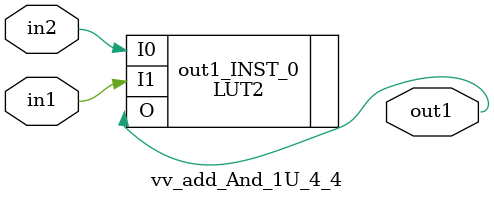
<source format=v>
`timescale 1 ps / 1 ps

(* STRUCTURAL_NETLIST = "yes" *)
module vv_add_And_1U_4_4
   (in2,
    in1,
    out1);
  input in2;
  input in1;
  output out1;

  wire in1;
  wire in2;
  wire out1;

LUT2 #(
    .INIT(4'h8)) 
     out1_INST_0
       (.I0(in2),
        .I1(in1),
        .O(out1));
endmodule


</source>
